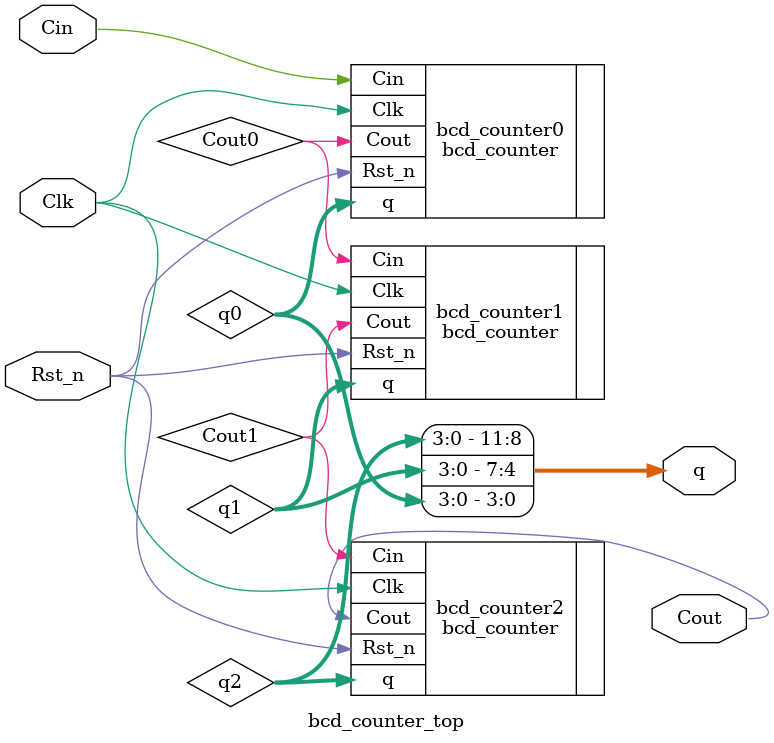
<source format=v>
module bcd_counter_top(Clk, Cin, Rst_n, Cout, q);
	
	input Clk;
	input Cin;
	input Rst_n;
	
	output Cout;
	output [11:0] q;
	
	wire Cout0, Cout1;
	wire [3:0] q0, q1, q2;
	
	assign q = {q2,q1,q0};
	
	bcd_counter bcd_counter0(
		.Clk(Clk),
		.Cin(Cin),
		.Rst_n(Rst_n),
		.Cout(Cout0),
		.q(q0)
	);

	bcd_counter bcd_counter1(
		.Clk(Clk),
		.Cin(Cout0),
		.Rst_n(Rst_n),
		.Cout(Cout1),
		.q(q1)
	);	
	
	bcd_counter bcd_counter2(
		.Clk(Clk),
		.Cin(Cout1),
		.Rst_n(Rst_n),
		.Cout(Cout),
		.q(q2)
	);
	
endmodule

</source>
